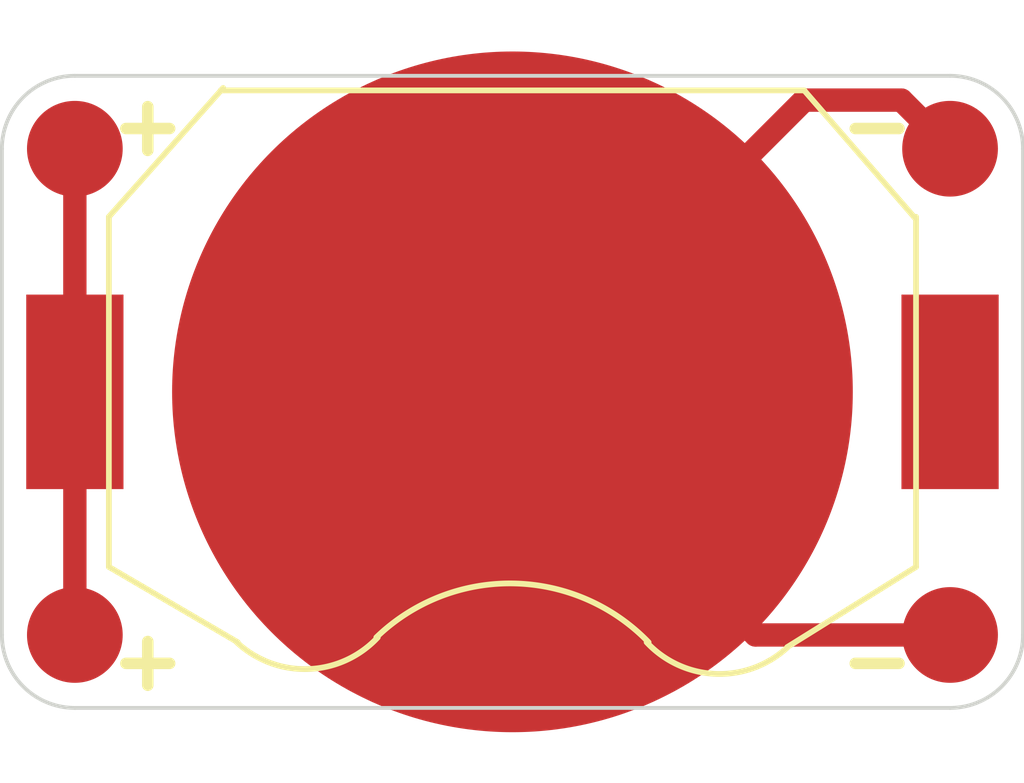
<source format=kicad_pcb>
(kicad_pcb (version 4) (host pcbnew 4.0.6)

  (general
    (links 5)
    (no_connects 1)
    (area 67.894999 97.104999 94.665001 113.715001)
    (thickness 1.6)
    (drawings 12)
    (tracks 7)
    (zones 0)
    (modules 5)
    (nets 3)
  )

  (page USLetter)
  (layers
    (0 F.Cu signal)
    (31 B.Cu signal)
    (34 B.Paste user)
    (35 F.Paste user)
    (36 B.SilkS user)
    (37 F.SilkS user)
    (38 B.Mask user)
    (39 F.Mask user)
    (40 Dwgs.User user)
    (44 Edge.Cuts user)
    (46 B.CrtYd user)
  )

  (setup
    (last_trace_width 0.1524)
    (user_trace_width 0.2032)
    (user_trace_width 0.254)
    (user_trace_width 0.3048)
    (user_trace_width 0.4064)
    (user_trace_width 0.5588)
    (user_trace_width 0.6096)
    (user_trace_width 2.032)
    (trace_clearance 0.1524)
    (zone_clearance 0.35)
    (zone_45_only no)
    (trace_min 0.1524)
    (segment_width 0.4)
    (edge_width 0.1)
    (via_size 0.6858)
    (via_drill 0.3302)
    (via_min_size 0.6858)
    (via_min_drill 0.3302)
    (user_via 1 0.5)
    (uvia_size 0.762)
    (uvia_drill 0.508)
    (uvias_allowed no)
    (uvia_min_size 0.508)
    (uvia_min_drill 0.127)
    (pcb_text_width 0.3)
    (pcb_text_size 1.5 1.5)
    (mod_edge_width 0.15)
    (mod_text_size 1 1)
    (mod_text_width 0.15)
    (pad_size 3 3)
    (pad_drill 0)
    (pad_to_mask_clearance 0)
    (aux_axis_origin 0 0)
    (grid_origin 210.82 95.25)
    (visible_elements 7FFFFFFF)
    (pcbplotparams
      (layerselection 0x010f0_80000000)
      (usegerberextensions true)
      (excludeedgelayer true)
      (linewidth 0.100000)
      (plotframeref false)
      (viasonmask false)
      (mode 1)
      (useauxorigin false)
      (hpglpennumber 1)
      (hpglpenspeed 20)
      (hpglpendiameter 15)
      (hpglpenoverlay 2)
      (psnegative false)
      (psa4output false)
      (plotreference true)
      (plotvalue true)
      (plotinvisibletext false)
      (padsonsilk false)
      (subtractmaskfromsilk false)
      (outputformat 1)
      (mirror false)
      (drillshape 0)
      (scaleselection 1)
      (outputdirectory gerbers/))
  )

  (net 0 "")
  (net 1 GND)
  (net 2 +BATT)

  (net_class Default "This is the default net class."
    (clearance 0.1524)
    (trace_width 0.1524)
    (via_dia 0.6858)
    (via_drill 0.3302)
    (uvia_dia 0.762)
    (uvia_drill 0.508)
    (add_net +BATT)
    (add_net GND)
  )

  (module footprints:BATT_CR2032_SMD (layer F.Cu) (tedit 56CFB5D2) (tstamp 5C62159D)
    (at 81.28 105.41)
    (tags battery)
    (path /56CFA61E)
    (fp_text reference BT1 (at 0 5.08) (layer F.SilkS) hide
      (effects (font (size 1.72974 1.08712) (thickness 0.27178)))
    )
    (fp_text value Battery (at 0 -2.54) (layer F.SilkS) hide
      (effects (font (size 1.524 1.016) (thickness 0.254)))
    )
    (fp_line (start -7.1755 6.5405) (end -10.541 4.572) (layer F.SilkS) (width 0.15))
    (fp_line (start 7.1755 6.6675) (end 10.541 4.572) (layer F.SilkS) (width 0.15))
    (fp_arc (start -5.4229 4.6355) (end -3.5179 6.4135) (angle 90) (layer F.SilkS) (width 0.15))
    (fp_arc (start 5.4102 4.7625) (end 7.1882 6.6675) (angle 90) (layer F.SilkS) (width 0.15))
    (fp_arc (start -0.0635 10.033) (end -3.556 6.4135) (angle 90) (layer F.SilkS) (width 0.15))
    (fp_line (start 7.62 -7.874) (end 10.541 -4.5085) (layer F.SilkS) (width 0.15))
    (fp_line (start -10.541 -4.572) (end -7.5565 -7.9375) (layer F.SilkS) (width 0.15))
    (fp_line (start -7.62 -7.874) (end 7.62 -7.874) (layer F.SilkS) (width 0.15))
    (fp_line (start -10.541 4.572) (end -10.541 -4.572) (layer F.SilkS) (width 0.15))
    (fp_line (start 10.541 4.572) (end 10.541 -4.572) (layer F.SilkS) (width 0.15))
    (fp_circle (center 0 0) (end -10.16 0) (layer Dwgs.User) (width 0.15))
    (pad 2 smd circle (at 0 0) (size 17.78 17.78) (layers F.Cu F.Paste F.Mask)
      (net 1 GND))
    (pad 1 smd rect (at -11.43 0) (size 2.54 5.08) (layers F.Cu F.Paste F.Mask)
      (net 2 +BATT))
    (pad 1 smd rect (at 11.43 0) (size 2.54 5.08) (layers F.Cu F.Paste F.Mask)
      (net 2 +BATT))
    (model "../../../../../../Users/kolsen/Documents/git/KiCad/projects/Attiny/Cylon sew 2/design_files - BATT/BatteryHolder_Keystone_3034_1x20mm.wrl"
      (at (xyz 0 0 0))
      (scale (xyz 1 1 1))
      (rotate (xyz 0 0 0))
    )
  )

  (module footprints:Pad (layer F.Cu) (tedit 5C8AD590) (tstamp 5C8CC00B)
    (at 69.85 111.76)
    (path /5C8B3D58)
    (fp_text reference PP1 (at 0 0) (layer F.SilkS) hide
      (effects (font (size 0.8 0.8) (thickness 0.15)))
    )
    (fp_text value CONN_01X01 (at 0 0) (layer F.Fab) hide
      (effects (font (size 0.3 0.3) (thickness 0.03175)))
    )
    (pad 1 smd circle (at 0 0) (size 2.5 2.5) (layers F.Cu F.Paste F.Mask)
      (net 2 +BATT))
  )

  (module footprints:Pad (layer F.Cu) (tedit 5C8AD599) (tstamp 5C8CC04C)
    (at 69.85 99.06)
    (path /5C8B43E0)
    (fp_text reference PP2 (at 0 0) (layer F.SilkS) hide
      (effects (font (size 0.8 0.8) (thickness 0.15)))
    )
    (fp_text value CONN_01X01 (at 0 0) (layer F.Fab) hide
      (effects (font (size 0.3 0.3) (thickness 0.03175)))
    )
    (pad 1 smd circle (at 0 0) (size 2.5 2.5) (layers F.Cu F.Paste F.Mask)
      (net 2 +BATT))
  )

  (module footprints:Pad (layer F.Cu) (tedit 5C8AD5A1) (tstamp 5C8CC0F1)
    (at 92.71 111.76)
    (path /5C8B7C87)
    (fp_text reference PG1 (at 0 0) (layer F.SilkS) hide
      (effects (font (size 0.8 0.8) (thickness 0.15)))
    )
    (fp_text value CONN_01X01 (at 0 0) (layer F.Fab) hide
      (effects (font (size 0.3 0.3) (thickness 0.03175)))
    )
    (pad 1 smd circle (at 0 0) (size 2.5 2.5) (layers F.Cu F.Paste F.Mask)
      (net 1 GND))
  )

  (module footprints:Pad (layer F.Cu) (tedit 5C8AD5A8) (tstamp 5C8CC0EC)
    (at 92.71 99.06)
    (path /5C8B7C5B)
    (fp_text reference PG2 (at 0 0) (layer F.SilkS) hide
      (effects (font (size 0.8 0.8) (thickness 0.15)))
    )
    (fp_text value CONN_01X01 (at 0 0) (layer F.Fab) hide
      (effects (font (size 0.3 0.3) (thickness 0.03175)))
    )
    (pad 1 smd circle (at 0 0) (size 2.5 2.5) (layers F.Cu F.Paste F.Mask)
      (net 1 GND))
  )

  (gr_text - (at 90.805 98.425) (layer F.SilkS)
    (effects (font (size 1.5 1.5) (thickness 0.3)))
  )
  (gr_text - (at 90.805 112.395) (layer F.SilkS)
    (effects (font (size 1.5 1.5) (thickness 0.3)))
  )
  (gr_text + (at 71.755 112.395) (layer F.SilkS)
    (effects (font (size 1.5 1.5) (thickness 0.3)))
  )
  (gr_text + (at 71.755 98.425) (layer F.SilkS)
    (effects (font (size 1.5 1.5) (thickness 0.3)))
  )
  (gr_line (start 67.945 111.76) (end 67.945 99.06) (angle 90) (layer Edge.Cuts) (width 0.1))
  (gr_line (start 92.71 113.665) (end 69.85 113.665) (angle 90) (layer Edge.Cuts) (width 0.1))
  (gr_line (start 94.615 99.06) (end 94.615 111.76) (angle 90) (layer Edge.Cuts) (width 0.1))
  (gr_line (start 69.85 97.155) (end 92.71 97.155) (angle 90) (layer Edge.Cuts) (width 0.1))
  (gr_arc (start 69.85 99.06) (end 67.945 99.06) (angle 90) (layer Edge.Cuts) (width 0.1))
  (gr_arc (start 69.85 111.76) (end 69.85 113.665) (angle 90) (layer Edge.Cuts) (width 0.1))
  (gr_arc (start 92.71 111.76) (end 94.615 111.76) (angle 90) (layer Edge.Cuts) (width 0.1))
  (gr_arc (start 92.71 99.06) (end 92.71 97.155) (angle 90) (layer Edge.Cuts) (width 0.1))

  (segment (start 81.28 105.41) (end 88.9 97.79) (width 0.6096) (layer F.Cu) (net 1))
  (segment (start 91.44 97.79) (end 92.71 99.06) (width 0.6096) (layer F.Cu) (net 1) (tstamp 5C8CC331))
  (segment (start 88.9 97.79) (end 91.44 97.79) (width 0.6096) (layer F.Cu) (net 1) (tstamp 5C8CC330))
  (segment (start 92.71 111.76) (end 87.63 111.76) (width 0.6096) (layer F.Cu) (net 1))
  (segment (start 87.63 111.76) (end 81.28 105.41) (width 0.6096) (layer F.Cu) (net 1) (tstamp 5C8CC32C))
  (segment (start 69.85 105.41) (end 69.85 111.76) (width 0.6096) (layer F.Cu) (net 2))
  (segment (start 69.85 105.41) (end 69.85 99.06) (width 0.6096) (layer F.Cu) (net 2))

)

</source>
